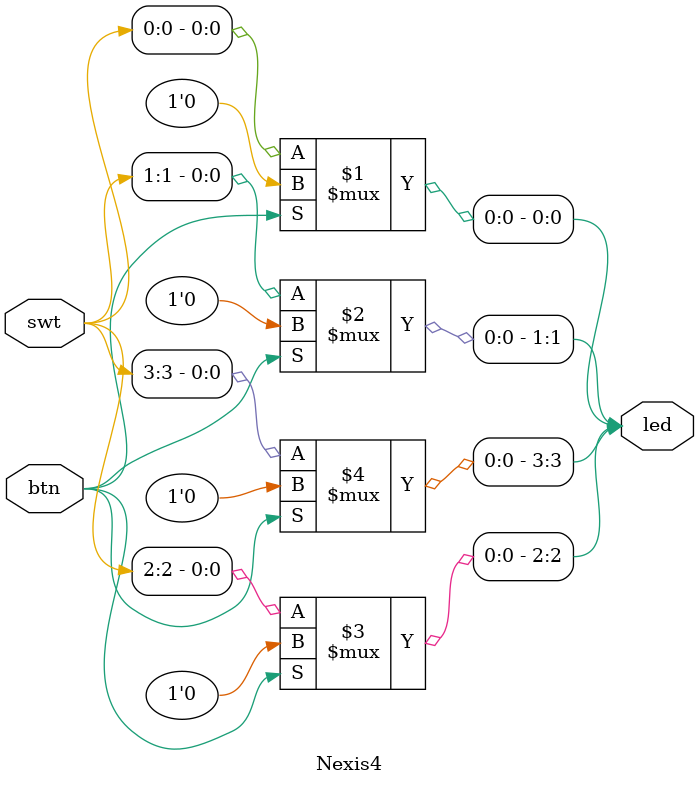
<source format=sv>
`timescale 1ns / 1ps


module Nexis4(
  input logic   [3:0] swt,
  input logic	      btn,
  
  output logic  [3:0] led
);
  
  assign led[0] = btn ? 1'b0 : swt[0];
  assign led[1] = btn ? 1'b0 : swt[1];
  assign led[2] = btn ? 1'b0 : swt[2];
  assign led[3] = btn ? 1'b0 : swt[3];
endmodule

</source>
